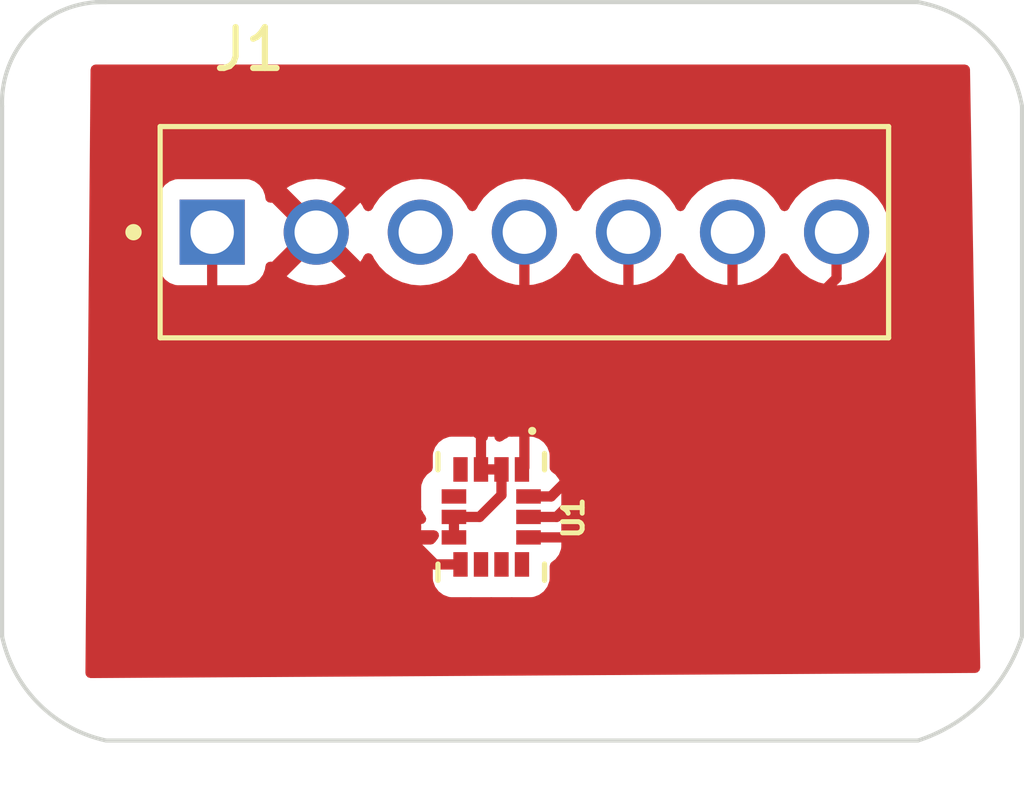
<source format=kicad_pcb>
(kicad_pcb (version 20221018) (generator pcbnew)
  (layers (0 "F.Cu" signal) (31 "B.Cu" signal) (34 "B.Paste" user) (35 "F.Paste" user) (36 "B.SilkS" user "B.Silkscreen") (37 "F.SilkS" user "F.Silkscreen") (38 "B.Mask" user) (39 "F.Mask" user) (44 "Edge.Cuts" user))
  (net 0 "")
  (net 1 "+3.3V")
  (net 2 "GND")
  (net 4 "/MISO")
  (net 5 "/MOSI")
  (net 6 "/CLK")
  (net 7 "/CS2")
  (footprint "LSM6DSMTR (1):PQFN50P300X250X86-14N" (layer "F.Cu") (at 145.669 91.059 -90)
    (fp_text reference "U1" (at 0.024 -2.0048 90) (layer "F.SilkS") (effects (font (size 0.48 0.48))))
    (fp_text value "LSM6DSMTR")
    (fp_line (start -1.55 1.3) (end -1.15 1.3) (stroke (width 0.127)) (layer "F.SilkS"))
    (fp_line (start -1.15 -1.3) (end -1.55 -1.3) (stroke (width 0.127)) (layer "F.SilkS"))
    (fp_line (start 1.55 -1.3) (end 1.15 -1.3) (stroke (width 0.127)) (layer "F.SilkS"))
    (fp_line (start 1.55 1.3) (end 1.15 1.3) (stroke (width 0.127)) (layer "F.SilkS"))
    (fp_circle (center -2.1 -1) (end -2.05 -1) (stroke (width 0.1)) (fill none) (layer "F.SilkS"))
    (pad "1" smd rect (at -1.16 -0.75 270) (size 0.6 0.35) (layers "F.Cu" "F.Paste" "F.Mask") (net 4 "/MISO"))
    (pad "2" smd rect (at -1.16 -0.25 270) (size 0.6 0.35) (layers "F.Cu" "F.Paste" "F.Mask") (net 2 "GND"))
    (pad "3" smd rect (at -1.16 0.25 270) (size 0.6 0.35) (layers "F.Cu" "F.Paste" "F.Mask") (net 2 "GND"))
    (pad "4" smd rect (at -1.16 0.75 270) (size 0.6 0.35) (layers "F.Cu" "F.Paste" "F.Mask"))
    (pad "5" smd rect (at -0.5 0.91) (size 0.6 0.35) (layers "F.Cu" "F.Paste" "F.Mask"))
    (pad "6" smd rect (at 0 0.91) (size 0.6 0.35) (layers "F.Cu" "F.Paste" "F.Mask") (net 2 "GND"))
    (pad "7" smd rect (at 0.5 0.91) (size 0.6 0.35) (layers "F.Cu" "F.Paste" "F.Mask") (net 2 "GND"))
    (pad "8" smd rect (at 1.16 0.75 270) (size 0.6 0.35) (layers "F.Cu" "F.Paste" "F.Mask") (net 1 "+3.3V"))
    (pad "9" smd rect (at 1.16 0.25 270) (size 0.6 0.35) (layers "F.Cu" "F.Paste" "F.Mask"))
    (pad "10" smd rect (at 1.16 -0.25 270) (size 0.6 0.35) (layers "F.Cu" "F.Paste" "F.Mask"))
    (pad "11" smd rect (at 1.16 -0.75 270) (size 0.6 0.35) (layers "F.Cu" "F.Paste" "F.Mask"))
    (pad "12" smd rect (at 0.5 -0.91) (size 0.6 0.35) (layers "F.Cu" "F.Paste" "F.Mask") (net 7 "/CS2"))
    (pad "13" smd rect (at 0 -0.91) (size 0.6 0.35) (layers "F.Cu" "F.Paste" "F.Mask") (net 6 "/CLK"))
    (pad "14" smd rect (at -0.5 -0.91) (size 0.6 0.35) (layers "F.Cu" "F.Paste" "F.Mask") (net 5 "/MOSI"))
  )
  (footprint "69167-107HLF:AMPHENOL_69167-107HLF" (layer "F.Cu") (at 146.478 84.105)
    (fp_text reference "J1" (at -6.715 -4.465) (layer "F.SilkS"))
    (fp_text value "69167-107HLF")
    (fp_line (start -8.89 2.58) (end -8.89 -2.58) (stroke (width 0.127)) (layer "F.SilkS"))
    (fp_line (start 8.89 -2.58) (end -8.89 -2.58) (stroke (width 0.127)) (layer "F.SilkS"))
    (fp_line (start 8.89 -2.58) (end 8.89 2.58) (stroke (width 0.127)) (layer "F.SilkS"))
    (fp_line (start 8.89 2.58) (end -8.89 2.58) (stroke (width 0.127)) (layer "F.SilkS"))
    (fp_circle (center -9.54 0) (end -9.44 0) (stroke (width 0.2)) (fill none) (layer "F.SilkS"))
    (pad "01" thru_hole rect (at -7.62 0) (size 1.59 1.59) (drill 1.06) (layers "*.Cu" "*.Mask") (net 1 "+3.3V"))
    (pad "02" thru_hole circle (at -5.08 0) (size 1.59 1.59) (drill 1.06) (layers "*.Cu" "*.Mask") (net 2 "GND"))
    (pad "03" thru_hole circle (at -2.54 0) (size 1.59 1.59) (drill 1.06) (layers "*.Cu" "*.Mask"))
    (pad "04" thru_hole circle (at 0 0) (size 1.59 1.59) (drill 1.06) (layers "*.Cu" "*.Mask") (net 4 "/MISO"))
    (pad "05" thru_hole circle (at 2.54 0) (size 1.59 1.59) (drill 1.06) (layers "*.Cu" "*.Mask") (net 5 "/MOSI"))
    (pad "06" thru_hole circle (at 5.08 0) (size 1.59 1.59) (drill 1.06) (layers "*.Cu" "*.Mask") (net 6 "/CLK"))
    (pad "07" thru_hole circle (at 7.62 0) (size 1.59 1.59) (drill 1.06) (layers "*.Cu" "*.Mask") (net 7 "/CS2"))
  )
  (gr_arc (start 133.731 81.026) (mid 134.446159 79.201159) (end 136.271 78.486) (stroke (width 0.1)) (layer "Edge.Cuts"))
  (gr_line (start 158.623 93.98) (end 158.623 81.026) (stroke (width 0.1)) (layer "Edge.Cuts"))
  (gr_arc (start 156.083 78.486) (mid 157.753529 79.355471) (end 158.623 81.026) (stroke (width 0.1)) (layer "Edge.Cuts"))
  (gr_arc (start 136.271 96.52) (mid 134.627114 95.623886) (end 133.731 93.98) (stroke (width 0.1)) (layer "Edge.Cuts"))
  (gr_line (start 133.731 81.026) (end 133.731 93.98) (stroke (width 0.1)) (layer "Edge.Cuts"))
  (gr_line (start 136.017 78.486) (end 156.083 78.486) (stroke (width 0.1)) (layer "Edge.Cuts"))
  (gr_arc (start 158.623 93.98) (mid 157.659666 95.556666) (end 156.083 96.52) (stroke (width 0.1)) (layer "Edge.Cuts"))
  (gr_line (start 156.083 96.52) (end 136.271 96.52) (stroke (width 0.1)) (layer "Edge.Cuts"))
  (segment (start 138.858 84.105) (end 138.858 86.783) (width 0.25) (layer "F.Cu") (net 1))
  (segment (start 144.294 92.219) (end 144.919 92.219) (width 0.25) (layer "F.Cu") (net 1))
  (segment (start 138.858 86.783) (end 144.294 92.219) (width 0.25) (layer "F.Cu") (net 1))
  (segment (start 145.419 89.899) (end 145.919 89.899) (width 0.25) (layer "F.Cu") (net 2))
  (segment (start 141.398 84.105) (end 145.419 88.126) (width 0.25) (layer "F.Cu") (net 2))
  (segment (start 145.419 88.126) (end 145.419 89.899) (width 0.25) (layer "F.Cu") (net 2))
  (segment (start 145.384 91.059) (end 144.759 91.059) (width 0.25) (layer "F.Cu") (net 2))
  (segment (start 145.919 89.899) (end 145.919 90.524) (width 0.25) (layer "F.Cu") (net 2))
  (segment (start 144.759 91.059) (end 144.759 91.559) (width 0.25) (layer "F.Cu") (net 2))
  (segment (start 145.919 90.524) (end 145.384 91.059) (width 0.25) (layer "F.Cu") (net 2))
  (segment (start 146.478 84.105) (end 146.478 89.84) (width 0.25) (layer "F.Cu") (net 4))
  (segment (start 146.478 89.84) (end 146.419 89.899) (width 0.25) (layer "F.Cu") (net 4))
  (segment (start 149.018 88.67) (end 147.129 90.559) (width 0.25) (layer "F.Cu") (net 5))
  (segment (start 147.129 90.559) (end 146.579 90.559) (width 0.25) (layer "F.Cu") (net 5))
  (segment (start 149.018 84.105) (end 149.018 88.67) (width 0.25) (layer "F.Cu") (net 5))
  (segment (start 147.265396 91.059) (end 146.579 91.059) (width 0.25) (layer "F.Cu") (net 6))
  (segment (start 151.558 86.766396) (end 147.265396 91.059) (width 0.25) (layer "F.Cu") (net 6))
  (segment (start 151.558 84.105) (end 151.558 86.766396) (width 0.25) (layer "F.Cu") (net 6))
  (segment (start 154.098 84.105) (end 154.098 85.229299) (width 0.25) (layer "F.Cu") (net 7))
  (segment (start 154.098 85.229299) (end 147.768299 91.559) (width 0.25) (layer "F.Cu") (net 7))
  (segment (start 147.768299 91.559) (end 146.579 91.559) (width 0.25) (layer "F.Cu") (net 7))
  (zone (net 2) (net_name "GND") (layer "F.Cu") (connect_pads (clearance 0.5)) (min_thickness 0.25) (fill yes (thermal_gap 0.5) (thermal_bridge_width 0.5))
    (polygon (pts (xy 135.89 80.01) (xy 157.353 80.01) (xy 157.607 94.869) (xy 135.763 94.996)))
  )
)
</source>
